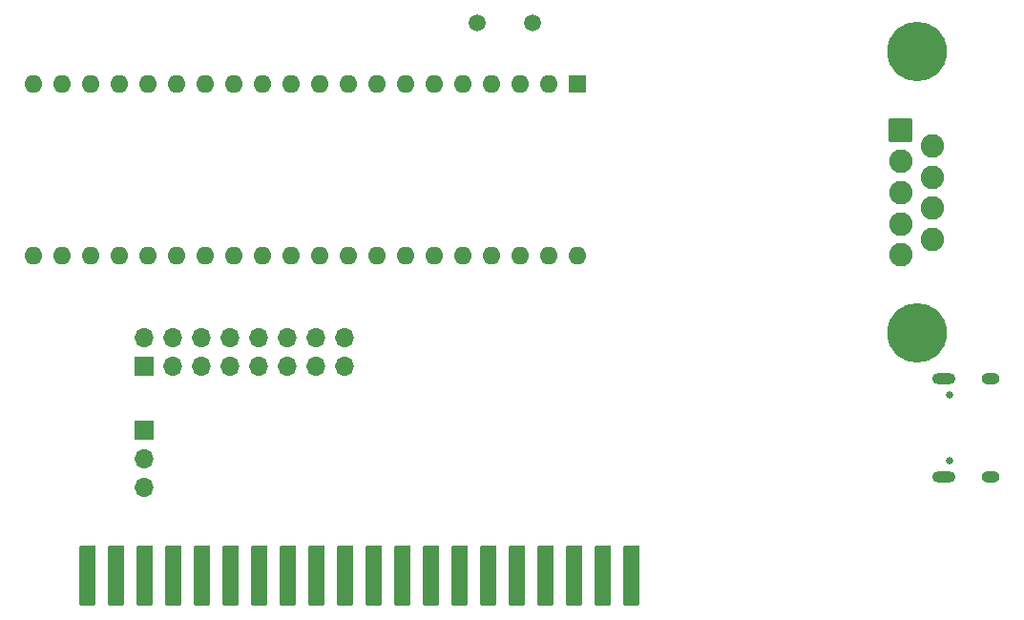
<source format=gbr>
G04 #@! TF.GenerationSoftware,KiCad,Pcbnew,(5.1.9-0-10_14)*
G04 #@! TF.CreationDate,2021-04-09T13:26:58-05:00*
G04 #@! TF.ProjectId,Serial Card,53657269-616c-4204-9361-72642e6b6963,rev?*
G04 #@! TF.SameCoordinates,Original*
G04 #@! TF.FileFunction,Soldermask,Bot*
G04 #@! TF.FilePolarity,Negative*
%FSLAX46Y46*%
G04 Gerber Fmt 4.6, Leading zero omitted, Abs format (unit mm)*
G04 Created by KiCad (PCBNEW (5.1.9-0-10_14)) date 2021-04-09 13:26:58*
%MOMM*%
%LPD*%
G01*
G04 APERTURE LIST*
%ADD10R,1.700000X1.700000*%
%ADD11O,1.700000X1.700000*%
%ADD12C,2.082800*%
%ADD13C,5.283200*%
%ADD14O,1.600000X1.000000*%
%ADD15C,0.650000*%
%ADD16O,2.100000X1.000000*%
%ADD17R,1.600000X1.600000*%
%ADD18O,1.600000X1.600000*%
%ADD19C,1.500000*%
G04 APERTURE END LIST*
G36*
G01*
X115925000Y-132591600D02*
X114655000Y-132591600D01*
G75*
G02*
X114553400Y-132490000I0J101600D01*
G01*
X114553400Y-127410000D01*
G75*
G02*
X114655000Y-127308400I101600J0D01*
G01*
X115925000Y-127308400D01*
G75*
G02*
X116026600Y-127410000I0J-101600D01*
G01*
X116026600Y-132490000D01*
G75*
G02*
X115925000Y-132591600I-101600J0D01*
G01*
G37*
G36*
G01*
X118465000Y-132591600D02*
X117195000Y-132591600D01*
G75*
G02*
X117093400Y-132490000I0J101600D01*
G01*
X117093400Y-127410000D01*
G75*
G02*
X117195000Y-127308400I101600J0D01*
G01*
X118465000Y-127308400D01*
G75*
G02*
X118566600Y-127410000I0J-101600D01*
G01*
X118566600Y-132490000D01*
G75*
G02*
X118465000Y-132591600I-101600J0D01*
G01*
G37*
G36*
G01*
X121005000Y-132591600D02*
X119735000Y-132591600D01*
G75*
G02*
X119633400Y-132490000I0J101600D01*
G01*
X119633400Y-127410000D01*
G75*
G02*
X119735000Y-127308400I101600J0D01*
G01*
X121005000Y-127308400D01*
G75*
G02*
X121106600Y-127410000I0J-101600D01*
G01*
X121106600Y-132490000D01*
G75*
G02*
X121005000Y-132591600I-101600J0D01*
G01*
G37*
G36*
G01*
X123545000Y-132591600D02*
X122275000Y-132591600D01*
G75*
G02*
X122173400Y-132490000I0J101600D01*
G01*
X122173400Y-127410000D01*
G75*
G02*
X122275000Y-127308400I101600J0D01*
G01*
X123545000Y-127308400D01*
G75*
G02*
X123646600Y-127410000I0J-101600D01*
G01*
X123646600Y-132490000D01*
G75*
G02*
X123545000Y-132591600I-101600J0D01*
G01*
G37*
G36*
G01*
X126085000Y-132591600D02*
X124815000Y-132591600D01*
G75*
G02*
X124713400Y-132490000I0J101600D01*
G01*
X124713400Y-127410000D01*
G75*
G02*
X124815000Y-127308400I101600J0D01*
G01*
X126085000Y-127308400D01*
G75*
G02*
X126186600Y-127410000I0J-101600D01*
G01*
X126186600Y-132490000D01*
G75*
G02*
X126085000Y-132591600I-101600J0D01*
G01*
G37*
G36*
G01*
X128625000Y-132591600D02*
X127355000Y-132591600D01*
G75*
G02*
X127253400Y-132490000I0J101600D01*
G01*
X127253400Y-127410000D01*
G75*
G02*
X127355000Y-127308400I101600J0D01*
G01*
X128625000Y-127308400D01*
G75*
G02*
X128726600Y-127410000I0J-101600D01*
G01*
X128726600Y-132490000D01*
G75*
G02*
X128625000Y-132591600I-101600J0D01*
G01*
G37*
G36*
G01*
X131165000Y-132591600D02*
X129895000Y-132591600D01*
G75*
G02*
X129793400Y-132490000I0J101600D01*
G01*
X129793400Y-127410000D01*
G75*
G02*
X129895000Y-127308400I101600J0D01*
G01*
X131165000Y-127308400D01*
G75*
G02*
X131266600Y-127410000I0J-101600D01*
G01*
X131266600Y-132490000D01*
G75*
G02*
X131165000Y-132591600I-101600J0D01*
G01*
G37*
G36*
G01*
X133705000Y-132591600D02*
X132435000Y-132591600D01*
G75*
G02*
X132333400Y-132490000I0J101600D01*
G01*
X132333400Y-127410000D01*
G75*
G02*
X132435000Y-127308400I101600J0D01*
G01*
X133705000Y-127308400D01*
G75*
G02*
X133806600Y-127410000I0J-101600D01*
G01*
X133806600Y-132490000D01*
G75*
G02*
X133705000Y-132591600I-101600J0D01*
G01*
G37*
G36*
G01*
X136245000Y-132591600D02*
X134975000Y-132591600D01*
G75*
G02*
X134873400Y-132490000I0J101600D01*
G01*
X134873400Y-127410000D01*
G75*
G02*
X134975000Y-127308400I101600J0D01*
G01*
X136245000Y-127308400D01*
G75*
G02*
X136346600Y-127410000I0J-101600D01*
G01*
X136346600Y-132490000D01*
G75*
G02*
X136245000Y-132591600I-101600J0D01*
G01*
G37*
G36*
G01*
X138785000Y-132591600D02*
X137515000Y-132591600D01*
G75*
G02*
X137413400Y-132490000I0J101600D01*
G01*
X137413400Y-127410000D01*
G75*
G02*
X137515000Y-127308400I101600J0D01*
G01*
X138785000Y-127308400D01*
G75*
G02*
X138886600Y-127410000I0J-101600D01*
G01*
X138886600Y-132490000D01*
G75*
G02*
X138785000Y-132591600I-101600J0D01*
G01*
G37*
G36*
G01*
X141325000Y-132591600D02*
X140055000Y-132591600D01*
G75*
G02*
X139953400Y-132490000I0J101600D01*
G01*
X139953400Y-127410000D01*
G75*
G02*
X140055000Y-127308400I101600J0D01*
G01*
X141325000Y-127308400D01*
G75*
G02*
X141426600Y-127410000I0J-101600D01*
G01*
X141426600Y-132490000D01*
G75*
G02*
X141325000Y-132591600I-101600J0D01*
G01*
G37*
G36*
G01*
X143865000Y-132591600D02*
X142595000Y-132591600D01*
G75*
G02*
X142493400Y-132490000I0J101600D01*
G01*
X142493400Y-127410000D01*
G75*
G02*
X142595000Y-127308400I101600J0D01*
G01*
X143865000Y-127308400D01*
G75*
G02*
X143966600Y-127410000I0J-101600D01*
G01*
X143966600Y-132490000D01*
G75*
G02*
X143865000Y-132591600I-101600J0D01*
G01*
G37*
G36*
G01*
X146405000Y-132591600D02*
X145135000Y-132591600D01*
G75*
G02*
X145033400Y-132490000I0J101600D01*
G01*
X145033400Y-127410000D01*
G75*
G02*
X145135000Y-127308400I101600J0D01*
G01*
X146405000Y-127308400D01*
G75*
G02*
X146506600Y-127410000I0J-101600D01*
G01*
X146506600Y-132490000D01*
G75*
G02*
X146405000Y-132591600I-101600J0D01*
G01*
G37*
G36*
G01*
X148945000Y-132591600D02*
X147675000Y-132591600D01*
G75*
G02*
X147573400Y-132490000I0J101600D01*
G01*
X147573400Y-127410000D01*
G75*
G02*
X147675000Y-127308400I101600J0D01*
G01*
X148945000Y-127308400D01*
G75*
G02*
X149046600Y-127410000I0J-101600D01*
G01*
X149046600Y-132490000D01*
G75*
G02*
X148945000Y-132591600I-101600J0D01*
G01*
G37*
G36*
G01*
X151485000Y-132591600D02*
X150215000Y-132591600D01*
G75*
G02*
X150113400Y-132490000I0J101600D01*
G01*
X150113400Y-127410000D01*
G75*
G02*
X150215000Y-127308400I101600J0D01*
G01*
X151485000Y-127308400D01*
G75*
G02*
X151586600Y-127410000I0J-101600D01*
G01*
X151586600Y-132490000D01*
G75*
G02*
X151485000Y-132591600I-101600J0D01*
G01*
G37*
G36*
G01*
X154025000Y-132591600D02*
X152755000Y-132591600D01*
G75*
G02*
X152653400Y-132490000I0J101600D01*
G01*
X152653400Y-127410000D01*
G75*
G02*
X152755000Y-127308400I101600J0D01*
G01*
X154025000Y-127308400D01*
G75*
G02*
X154126600Y-127410000I0J-101600D01*
G01*
X154126600Y-132490000D01*
G75*
G02*
X154025000Y-132591600I-101600J0D01*
G01*
G37*
G36*
G01*
X156565000Y-132591600D02*
X155295000Y-132591600D01*
G75*
G02*
X155193400Y-132490000I0J101600D01*
G01*
X155193400Y-127410000D01*
G75*
G02*
X155295000Y-127308400I101600J0D01*
G01*
X156565000Y-127308400D01*
G75*
G02*
X156666600Y-127410000I0J-101600D01*
G01*
X156666600Y-132490000D01*
G75*
G02*
X156565000Y-132591600I-101600J0D01*
G01*
G37*
G36*
G01*
X159105000Y-132591600D02*
X157835000Y-132591600D01*
G75*
G02*
X157733400Y-132490000I0J101600D01*
G01*
X157733400Y-127410000D01*
G75*
G02*
X157835000Y-127308400I101600J0D01*
G01*
X159105000Y-127308400D01*
G75*
G02*
X159206600Y-127410000I0J-101600D01*
G01*
X159206600Y-132490000D01*
G75*
G02*
X159105000Y-132591600I-101600J0D01*
G01*
G37*
G36*
G01*
X161645000Y-132591600D02*
X160375000Y-132591600D01*
G75*
G02*
X160273400Y-132490000I0J101600D01*
G01*
X160273400Y-127410000D01*
G75*
G02*
X160375000Y-127308400I101600J0D01*
G01*
X161645000Y-127308400D01*
G75*
G02*
X161746600Y-127410000I0J-101600D01*
G01*
X161746600Y-132490000D01*
G75*
G02*
X161645000Y-132591600I-101600J0D01*
G01*
G37*
G36*
G01*
X164185000Y-132591600D02*
X162915000Y-132591600D01*
G75*
G02*
X162813400Y-132490000I0J101600D01*
G01*
X162813400Y-127410000D01*
G75*
G02*
X162915000Y-127308400I101600J0D01*
G01*
X164185000Y-127308400D01*
G75*
G02*
X164286600Y-127410000I0J-101600D01*
G01*
X164286600Y-132490000D01*
G75*
G02*
X164185000Y-132591600I-101600J0D01*
G01*
G37*
D10*
X120332500Y-111379000D03*
D11*
X120332500Y-108839000D03*
X122872500Y-111379000D03*
X122872500Y-108839000D03*
X125412500Y-111379000D03*
X125412500Y-108839000D03*
X127952500Y-111379000D03*
X127952500Y-108839000D03*
X130492500Y-111379000D03*
X130492500Y-108839000D03*
X133032500Y-111379000D03*
X133032500Y-108839000D03*
X135572500Y-111379000D03*
X135572500Y-108839000D03*
X138112500Y-111379000D03*
X138112500Y-108839000D03*
G36*
G01*
X186489340Y-89377520D02*
X188368940Y-89377520D01*
G75*
G02*
X188470540Y-89479120I0J-101600D01*
G01*
X188470540Y-91358720D01*
G75*
G02*
X188368940Y-91460320I-101600J0D01*
G01*
X186489340Y-91460320D01*
G75*
G02*
X186387740Y-91358720I0J101600D01*
G01*
X186387740Y-89479120D01*
G75*
G02*
X186489340Y-89377520I101600J0D01*
G01*
G37*
D12*
X187429140Y-93190060D03*
X187429140Y-95958660D03*
X187429140Y-98727260D03*
X187429140Y-101498400D03*
X190268860Y-91810840D03*
X190268860Y-94579440D03*
X190268860Y-97337880D03*
X190268860Y-100106480D03*
D13*
X188849000Y-83459320D03*
X188849000Y-108458000D03*
D10*
X120332500Y-117094000D03*
D11*
X120332500Y-119634000D03*
X120332500Y-122174000D03*
D14*
X195442000Y-112522000D03*
D15*
X191792000Y-113952000D03*
D14*
X195442000Y-121162000D03*
D15*
X191792000Y-119732000D03*
D16*
X191262000Y-121162000D03*
X191262000Y-112522000D03*
D17*
X158750000Y-86360000D03*
D18*
X110490000Y-101600000D03*
X156210000Y-86360000D03*
X113030000Y-101600000D03*
X153670000Y-86360000D03*
X115570000Y-101600000D03*
X151130000Y-86360000D03*
X118110000Y-101600000D03*
X148590000Y-86360000D03*
X120650000Y-101600000D03*
X146050000Y-86360000D03*
X123190000Y-101600000D03*
X143510000Y-86360000D03*
X125730000Y-101600000D03*
X140970000Y-86360000D03*
X128270000Y-101600000D03*
X138430000Y-86360000D03*
X130810000Y-101600000D03*
X135890000Y-86360000D03*
X133350000Y-101600000D03*
X133350000Y-86360000D03*
X135890000Y-101600000D03*
X130810000Y-86360000D03*
X138430000Y-101600000D03*
X128270000Y-86360000D03*
X140970000Y-101600000D03*
X125730000Y-86360000D03*
X143510000Y-101600000D03*
X123190000Y-86360000D03*
X146050000Y-101600000D03*
X120650000Y-86360000D03*
X148590000Y-101600000D03*
X118110000Y-86360000D03*
X151130000Y-101600000D03*
X115570000Y-86360000D03*
X153670000Y-101600000D03*
X113030000Y-86360000D03*
X156210000Y-101600000D03*
X110490000Y-86360000D03*
X158750000Y-101600000D03*
D19*
X154740000Y-80899000D03*
X149860000Y-80899000D03*
M02*

</source>
